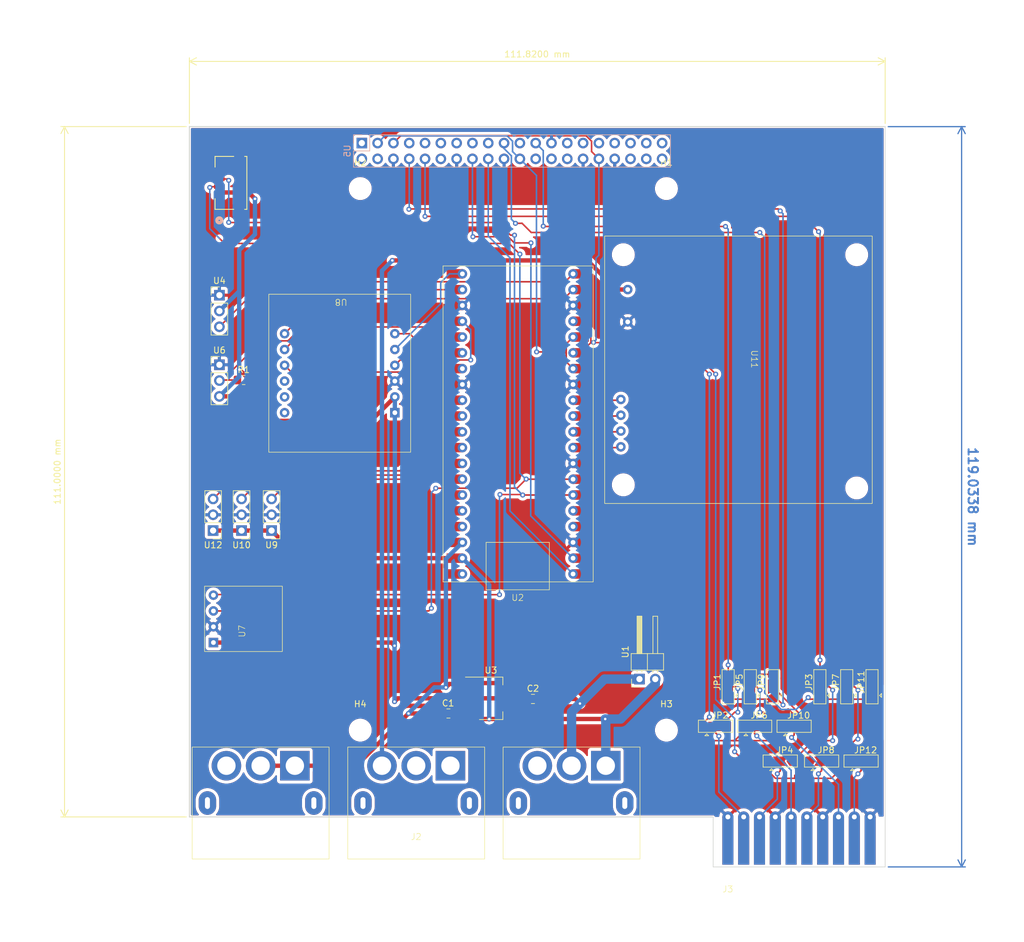
<source format=kicad_pcb>
(kicad_pcb (version 20221018) (generator pcbnew)
  (layers (0 "F.Cu" signal) (31 "B.Cu" signal) (36 "B.SilkS" user "B.Silkscreen") (37 "F.SilkS" user "F.Silkscreen") (38 "B.Mask" user) (39 "F.Mask" user) (44 "Edge.Cuts" user))
  (net 0 "")
  (net 1 "GND2")
  (net 2 "/12V_1")
  (net 3 "/5V")
  (net 4 "GND1")
  (net 5 "/tx{slash}sda_O1")
  (net 6 "/rx{slash}scl_O1")
  (net 7 "/tx{slash}sda_O2")
  (net 8 "/rx{slash}scl_O2")
  (net 9 "/tx{slash}sda_O3")
  (net 10 "/rx{slash}scl_O3")
  (net 11 "/Sensor_Power")
  (net 12 "/Sensor_SCL")
  (net 13 "/Sensor_SDA")
  (net 14 "/UART2_TX")
  (net 15 "Net-(JP1-C)")
  (net 16 "/UART1_TX")
  (net 17 "/I2C1_SDA")
  (net 18 "/UART1_RX")
  (net 19 "Net-(JP3-C)")
  (net 20 "/UART2_RX")
  (net 21 "/I2C1_SCL")
  (net 22 "Net-(JP5-C)")
  (net 23 "Net-(JP7-C)")
  (net 24 "Net-(JP10-B)")
  (net 25 "Net-(JP11-C)")
  (net 26 "/Signal_0")
  (net 27 "/PICO_TX{slash}RX_OPI")
  (net 28 "/PICO_RX{slash}TX_OPI")
  (net 29 "/IN1")
  (net 30 "/IN2")
  (net 31 "/IN3")
  (net 32 "/IN4")
  (net 33 "/Signal_1")
  (net 34 "/IMU_MISO")
  (net 35 "/IMU_CS")
  (net 36 "/IMU_SCK")
  (net 37 "/IMU_MOSI")
  (net 38 "/INT")
  (net 39 "/RST")
  (net 40 "/PWM_3")
  (net 41 "/PWM_2")
  (net 42 "/PWM_1")
  (net 81 "/24V")
  (footprint "Package_TO_SOT_SMD:SOT-223-3_TabPin2" (layer "F.Cu") (at 107.3908 133.1468)
    (fp_text reference "U3")
    (fp_text value "AMS1117-3.3")
  )
  (footprint "Capacitor_SMD:C_0805_2012Metric_Pad1.18x1.45mm_HandSolder" (layer "F.Cu") (at 100.5586 135.5852)
    (fp_text reference "C1")
    (fp_text value "C")
  )
  (footprint "Jumper:SolderJumper-3_P2.0mm_Open_TrianglePad1.0x1.5mm" (layer "F.Cu") (at 156.114 137.668)
    (fp_text reference "JP10")
    (fp_text value "SolderJumper_3_Open")
  )
  (footprint "Connector_PinHeader_2.54mm:PinHeader_1x03_P2.54mm_Vertical" (layer "F.Cu") (at 62.738 106.172 180)
    (fp_text reference "U12")
    (fp_text value "Servo3")
  )
  (footprint "MountingHole:MountingHole_3.2mm_M3" (layer "F.Cu") (at 135.5934 138.265)
    (fp_text reference "H3")
    (fp_text value "MountingHole")
  )
  (footprint "Connector_PinHeader_2.54mm:PinHeader_1x03_P2.54mm_Vertical" (layer "F.Cu") (at 63.754 68.326)
    (fp_text reference "U4")
    (fp_text value "Water Level Sensor")
  )
  (footprint "Jumper:SolderJumper-3_P2.0mm_Open_TrianglePad1.0x1.5mm" (layer "F.Cu") (at 153.886 143.256)
    (fp_text reference "JP4")
    (fp_text value "SolderJumper_3_Open")
  )
  (footprint "Jumper:SolderJumper-3_P2.0mm_Open_TrianglePad1.0x1.5mm" (layer "F.Cu") (at 145.542 131.286 90)
    (fp_text reference "JP1")
    (fp_text value "SolderJumper_3_Open")
  )
  (footprint "MainBoard_Footprints:MR60PW-M_X3 (2)" (layer "F.Cu") (at 95.378 143.986)
    (fp_text reference "J2")
    (fp_text value "~")
  )
  (footprint "Connector_PinHeader_2.54mm:PinHeader_1x02_P2.54mm_Horizontal" (layer "F.Cu") (at 131.2622 130.0542 90)
    (fp_text reference "U1")
    (fp_text value "~")
  )
  (footprint "Jumper:SolderJumper-3_P2.0mm_Open_TrianglePad1.0x1.5mm" (layer "F.Cu") (at 166.878 143.256)
    (fp_text reference "JP12")
    (fp_text value "SolderJumper_3_Open")
  )
  (footprint "Jumper:SolderJumper-3_P2.0mm_Open_TrianglePad1.0x1.5mm" (layer "F.Cu") (at 160.274 131.286 90)
    (fp_text reference "JP3")
    (fp_text value "SolderJumper_3_Open")
  )
  (footprint "Jumper:SolderJumper-3_P2.0mm_Open_TrianglePad1.0x1.5mm" (layer "F.Cu") (at 164.592 131.286 90)
    (fp_text reference "JP7")
    (fp_text value "SolderJumper_3_Open")
  )
  (footprint "MountingHole:MountingHole_3.2mm_M3" (layer "F.Cu") (at 135.5934 51.181)
    (fp_text reference "H1")
    (fp_text value "MountingHole")
  )
  (footprint "Jumper:SolderJumper-3_P2.0mm_Open_TrianglePad1.0x1.5mm" (layer "F.Cu") (at 149.764 137.668)
    (fp_text reference "JP6")
    (fp_text value "SolderJumper_3_Open")
  )
  (footprint "Connector_PinHeader_2.54mm:PinHeader_1x03_P2.54mm_Vertical" (layer "F.Cu") (at 67.31 106.172 180)
    (fp_text reference "U10")
    (fp_text value "Servo2")
  )
  (footprint "MountingHole:MountingHole_3.2mm_M3" (layer "F.Cu") (at 86.3854 51.181)
    (fp_text reference "H2")
    (fp_text value "MountingHole")
  )
  (footprint "Jumper:SolderJumper-3_P2.0mm_Open_TrianglePad1.0x1.5mm" (layer "F.Cu") (at 168.656 131.286 90)
    (fp_text reference "JP11")
    (fp_text value "SolderJumper_3_Open")
  )
  (footprint "MainBoard_Footprints:IMU" (layer "F.Cu") (at 94.488 68.172 180)
    (fp_text reference "U8")
    (fp_text value "IMU")
  )
  (footprint "Connector_PinHeader_2.54mm:PinHeader_1x03_P2.54mm_Vertical" (layer "F.Cu") (at 72.136 106.172 180)
    (fp_text reference "U9")
    (fp_text value "Servo1")
  )
  (footprint "MainBoard_Footprints:JST" (layer "F.Cu") (at 65.6082 50.2666 90)
    (fp_text reference "J1" hide)
    (fp_text value "BAR02 Pressure Sensor")
  )
  (footprint "Resistor_SMD:R_0805_2012Metric_Pad1.20x1.40mm_HandSolder" (layer "F.Cu") (at 67.6496 81.9658)
    (fp_text reference "R1")
    (fp_text value "R")
  )
  (footprint "Connector_PinHeader_2.54mm:PinHeader_1x03_P2.54mm_Vertical" (layer "F.Cu") (at 63.754 79.517)
    (fp_text reference "U6")
    (fp_text value "Temperature Sensor")
  )
  (footprint "MainBoard_Footprints:SHT30" (layer "F.Cu") (at 73.8664 125.6222 90)
    (fp_text reference "U7")
    (fp_text value "SHT30")
  )
  (footprint "MountingHole:MountingHole_3.2mm_M3" (layer "F.Cu") (at 86.3854 138.265)
    (fp_text reference "H4")
    (fp_text value "MountingHole")
  )
  (footprint "Jumper:SolderJumper-3_P2.0mm_Open_TrianglePad1.0x1.5mm" (layer "F.Cu") (at 149.098 131.286 90)
    (fp_text reference "JP5")
    (fp_text value "SolderJumper_3_Open")
  )
  (footprint "Jumper:SolderJumper-3_P2.0mm_Open_TrianglePad1.0x1.5mm" (layer "F.Cu") (at 152.654 131.286 90)
    (fp_text reference "JP9")
    (fp_text value "SolderJumper_3_Open")
  )
  (footprint "MainBoard_Footprints:ESP32-S3-Pico" (layer "F.Cu") (at 110.425 97.917 180)
    (fp_text reference "U2")
    (fp_text value "Pi_Pico_1")
  )
  (footprint "Jumper:SolderJumper-3_P2.0mm_Open_TrianglePad1.0x1.5mm" (layer "F.Cu") (at 160.528 143.256)
    (fp_text reference "JP8")
    (fp_text value "SolderJumper_3_Open")
  )
  (footprint "MainBoard_Footprints:L298N" (layer "F.Cu") (at 125.67 58.82 -90)
    (fp_text reference "U11")
    (fp_text value "~")
  )
  (footprint "MainBoard_Footprints:CardEdge_2x10 (2)" (layer "F.Cu") (at 145.468 156.216)
    (fp_text reference "J3")
    (fp_text value "Conn_01x10_Pin")
  )
  (footprint "Jumper:SolderJumper-3_P2.0mm_Open_TrianglePad1.0x1.5mm" (layer "F.Cu") (at 143.478 137.668)
    (fp_text reference "JP2")
    (fp_text value "SolderJumper_3_Open")
  )
  (footprint "Capacitor_SMD:C_0805_2012Metric_Pad1.18x1.45mm_HandSolder" (layer "F.Cu") (at 114.1437 133.2484)
    (fp_text reference "C2")
    (fp_text value "C")
  )
  (footprint "Connector_PinHeader_2.54mm:PinHeader_2x20_P2.54mm_Vertical" (layer "B.Cu") (at 86.6394 43.8658 -90)
    (fp_text reference "U5")
    (fp_text value "Orange_Pi5+")
  )
  (gr_line locked (start 58.928 152.216) (end 143.108 152.216) (stroke (width 0.15)) (layer "Edge.Cuts"))
  (gr_line locked (start 58.928 41.216) (end 170.748 41.216) (stroke (width 0.15)) (layer "Edge.Cuts"))
  (gr_line locked (start 143.108 152.216) (end 143.108 160.258) (stroke (width 0.1)) (layer "Edge.Cuts"))
  (gr_line locked (start 58.928 41.216) (end 58.928 152.216) (stroke (width 0.15)) (layer "Edge.Cuts"))
  (gr_line locked (start 170.748 160.258) (end 170.748 41.216) (stroke (width 0.1)) (layer "Edge.Cuts"))
  (gr_line locked (start 143.108 160.258) (end 170.748 160.258) (stroke (width 0.1)) (layer "Edge.Cuts"))
  (dimension (type aligned) (layer "B.Cu") (pts (xy 170.7388 41.2242) (xy 170.748 160.258)) (height -12.29028) (gr_text "119.0338 mm" (at 184.83368 100.740011 270.0044283) (layer "B.Cu") (effects (font (size 1.5 1.5) (thickness 0.3)))) (format (prefix "") (suffix "") (units 3) (units_format 1) (precision 4)) (style (thickness 0.2) (arrow_length 1.27) (text_position_mode 0) (extension_height 0.58642) (extension_offset 0.5) keep_text_aligned))
  (dimension (type aligned) (layer "F.SilkS") (pts (xy 58.928 41.216) (xy 170.748 41.216)) (height -10.482) (gr_text "111.8200 mm" (at 114.838 29.584) (layer "F.SilkS") (effects (font (size 1 1) (thickness 0.15)))) (format (prefix "") (suffix "") (units 3) (units_format 1) (precision 4)) (style (thickness 0.15) (arrow_length 1.27) (text_position_mode 0) (extension_height 0.58642) (extension_offset 0.5) keep_text_aligned))
  (dimension (type aligned) (layer "F.SilkS") (pts (xy 58.928 41.216) (xy 58.928 152.216)) (height 20.066) (gr_text "111.0000 mm" (at 37.712 96.716 90) (layer "F.SilkS") (effects (font (size 1 1) (thickness 0.15)))) (format (prefix "") (suffix "") (units 3) (units_format 1) (precision 4)) (style (thickness 0.15) (arrow_length 1.27) (text_position_mode 0) (extension_height 0.58642) (extension_offset 0.5) keep_text_aligned))
  (segment (start 104.2408 130.8468) (end 100.6996 130.8468) (width 0.7) (layer "F.Cu") (net 1))
  (segment (start 120.9548 133.2484) (end 121.6982 133.9918) (width 0.7) (layer "F.Cu") (net 1))
  (segment (start 112.6296 130.6968) (end 115.1812 133.2484) (width 0.7) (layer "F.Cu") (net 1))
  (segment (start 85.741424 143.986) (end 75.878 143.986) (width 0.7) (layer "F.Cu") (net 1))
  (segment (start 85.741424 143.986) (end 94.142224 135.5852) (width 0.7) (layer "F.Cu") (net 1))
  (segment (start 99.4703 135.5344) (end 99.5211 135.5852) (width 0.7) (layer "F.Cu") (net 1))
  (segment (start 104.3908 130.6968) (end 112.6296 130.6968) (width 0.7) (layer "F.Cu") (net 1))
  (segment (start 115.1812 133.2484) (end 120.9548 133.2484) (width 0.7) (layer "F.Cu") (net 1))
  (segment (start 94.142224 135.5852) (end 99.5211 135.5852) (width 0.7) (layer "F.Cu") (net 1))
  (segment (start 75.878 143.986) (end 70.378 143.986) (width 0.7) (layer "F.Cu") (net 1))
  (segment (start 104.2408 130.8468) (end 104.3908 130.6968) (width 0.7) (layer "F.Cu") (net 1))
  (segment (start 100.6996 130.8468) (end 100.1522 131.3942) (width 0.7) (layer "F.Cu") (net 1))
  (via (at 121.6982 133.9918) (size 0.8) (drill 0.4) (layers "F.Cu" "B.Cu") (net 1))
  (via (at 100.1522 131.3942) (size 0.8) (drill 0.4) (layers "F.Cu" "B.Cu") (net 1))
  (via (at 94.142224 135.5852) (size 0.8) (drill 0.4) (layers "F.Cu" "B.Cu") (net 1))
  (segment (start 94.142224 135.549976) (end 94.142224 135.5852) (width 0.7) (layer "B.Cu") (net 1))
  (segment (start 125.6358 130.0542) (end 121.6982 133.9918) (width 1.5) (layer "B.Cu") (net 1))
  (segment (start 120.348 135.342) (end 120.348 143.986) (width 1.5) (layer "B.Cu") (net 1))
  (segment (start 100.1522 110.7298) (end 100.1522 131.3942) (width 0.7) (layer "B.Cu") (net 1))
  (segment (start 98.298 131.3942) (end 94.142224 135.549976) (width 0.7) (layer "B.Cu") (net 1))
  (segment (start 102.805 108.077) (end 100.1522 110.7298) (width 0.7) (layer "B.Cu") (net 1))
  (segment (start 121.6982 133.9918) (end 120.348 135.342) (width 1.5) (layer "B.Cu") (net 1))
  (segment (start 100.1522 131.3942) (end 98.298 131.3942) (width 0.7) (layer "B.Cu") (net 1))
  (segment (start 131.2622 130.0542) (end 125.6358 130.0542) (width 1.5) (layer "B.Cu") (net 1))
  (segment (start 122.888 62.738) (end 127.57 67.42) (width 0.7) (layer "F.Cu") (net 2))
  (segment (start 127.57 67.42) (end 129.37 67.42) (width 0.7) (layer "F.Cu") (net 2))
  (segment (start 91.5416 62.738) (end 122.888 62.738) (width 0.7) (layer "F.Cu") (net 2))
  (via (at 91.5416 62.738) (size 0.8) (drill 0.4) (layers "F.Cu" "B.Cu") (net 2))
  (segment (start 91.5416 62.738) (end 89.878 64.4016) (width 0.7) (layer "B.Cu") (net 2))
  (segment (start 91.5416 62.738) (end 91.3892 62.8904) (width 0.7) (layer "B.Cu") (net 2))
  (segment (start 89.878 64.4016) (end 89.878 143.986) (width 0.7) (layer "B.Cu") (net 2))
  (segment (start 107.1118 136.4742) (end 125.7554 136.4742) (width 0.7) (layer "F.Cu") (net 3))
  (segment (start 105.2682 136.4742) (end 104.2408 135.4468) (width 0.7) (layer "F.Cu") (net 3))
  (segment (start 107.1118 136.4742) (end 105.2682 136.4742) (width 0.7) (layer "F.Cu") (net 3))
  (segment (start 104.1024 135.5852) (end 104.2408 135.4468) (width 0.7) (layer "F.Cu") (net 3))
  (segment (start 62.738 106.172) (end 67.31 106.172) (width 0.7) (layer "F.Cu") (net 3))
  (segment (start 101.5961 135.5852) (end 104.1024 135.5852) (width 0.7) (layer "F.Cu") (net 3))
  (segment (start 72.136 106.172) (end 76.581 110.617) (width 0.7) (layer "F.Cu") (net 3))
  (segment (start 67.31 106.172) (end 72.136 106.172) (width 0.7) (layer "F.Cu") (net 3))
  (segment (start 76.581 110.617) (end 102.805 110.617) (width 0.7) (layer "F.Cu") (net 3))
  (via (at 107.1118 136.4742) (size 0.8) (drill 0.4) (layers "F.Cu" "B.Cu") (net 3))
  (via (at 125.7554 136.4742) (size 0.8) (drill 0.4) (layers "F.Cu" "B.Cu") (net 3))
  (segment (start 133.8022 130.0542) (end 133.8022 130.899544) (width 1.5) (layer "B.Cu") (net 3))
  (segment (start 128.227544 136.4742) (end 125.7554 136.4742) (width 1.5) (layer "B.Cu") (net 3))
  (segment (start 107.1118 114.9238) (end 102.805 110.617) (width 0.7) (layer "B.Cu") (net 3))
  (segment (start 125.848 136.5668) (end 125.7554 136.4742) (width 1.5) (layer "B.Cu") (net 3))
  (segment (start 125.848 143.986) (end 125.848 136.5668) (width 1.5) (layer "B.Cu") (net 3))
  (segment (start 107.1118 136.4742) (end 107.1118 114.9238) (width 0.7) (layer "B.Cu") (net 3))
  (segment (start 133.8022 130.899544) (end 128.227544 136.4742) (width 1.5) (layer "B.Cu") (net 3))
  (segment (start 103.0336 82.9056) (end 102.805 82.677) (width 0.7) (layer "F.Cu") (net 4))
  (segment (start 143.478 138.6895) (end 143.478 137.668) (width 0.25) (layer "F.Cu") (net 5))
  (segment (start 144.018 139.2295) (end 143.478 138.6895) (width 0.25) (layer "F.Cu") (net 5))
  (via (at 144.018 139.2295) (size 0.8) (drill 0.4) (layers "F.Cu" "B.Cu") (net 5))
  (segment (start 144.018 139.2295) (end 144.018 148.226) (width 0.25) (layer "B.Cu") (net 5))
  (segment (start 144.018 148.226) (end 148.008 152.216) (width 0.25) (layer "B.Cu") (net 5))
  (segment (start 153.886 143.256) (end 153.886 144.818) (width 0.25) (layer "F.Cu") (net 6))
  (segment (start 153.886 144.818) (end 153.416 145.288) (width 0.25) (layer "F.Cu") (net 6))
  (via (at 153.416 145.288) (size 0.8) (drill 0.4) (layers "F.Cu" "B.Cu") (net 6))
  (segment (start 153.416 149.348) (end 150.548 152.216) (width 0.25) (layer "B.Cu") (net 6))
  (segment (start 153.416 145.288) (end 153.416 149.348) (width 0.25) (layer "B.Cu") (net 6))
  (segment (start 149.764 137.668) (end 149.764 138.842) (width 0.25) (layer "F.Cu") (net 7))
  (segment (start 149.764 138.842) (end 150.114 139.192) (width 0.25) (layer "F.Cu") (net 7))
  (via (at 150.114 139.192) (size 0.8) (drill 0.4) (layers "F.Cu" "B.Cu") (net 7))
  (segment (start 150.114 139.192) (end 155.628 144.706) (width 0.25) (layer "B.Cu") (net 7))
  (segment (start 155.628 144.706) (end 155.628 152.216) (width 0.25) (layer "B.Cu") (net 7))
  (segment (start 160.528 143.256) (end 160.528 144.78) (width 0.25) (layer "F.Cu") (net 8))
  (segment (start 160.528 144.78) (end 160.02 145.288) (width 0.25) (layer "F.Cu") (net 8))
  (via (at 160.02 145.288) (size 0.8) (drill 0.4) (layers "F.Cu" "B.Cu") (net 8))
  (segment (start 160.02 145.288) (end 160.02 150.364) (width 0.25) (layer "B.Cu") (net 8))
  (segment (start 160.02 150.364) (end 158.168 152.216) (width 0.25) (layer "B.Cu") (net 8))
  (segment (start 156.114 137.668) (end 156.114 139.034) (width 0.25) (layer "F.Cu") (net 9))
  (segment (start 156.114 139.034) (end 155.702 139.446) (width 0.25) (layer "F.Cu") (net 9))
  (via (at 155.702 139.446) (size 0.8) (drill 0.4) (layers "F.Cu" "B.Cu") (net 9))
  (segment (start 163.248 146.992) (end 163.248 152.216) (width 0.25) (layer "B.Cu") (net 9))
  (segment (start 155.702 139.446) (end 163.248 146.992) (width 0.25) (layer "B.Cu") (net 9))
  (segment (start 166.878 144.78) (end 166.37 145.288) (width 0.25) (layer "F.Cu") (net 10))
  (segment (start 166.878 143.256) (end 166.878 144.78) (width 0.25) (layer "F.Cu") (net 10))
  (via (at 166.37 145.288) (size 0.8) (drill 0.4) (layers "F.Cu" "B.Cu") (net 10))
  (segment (start 165.788 145.87) (end 165.788 152.216) (width 0.25) (layer "B.Cu") (net 10))
  (segment (start 166.37 145.288) (end 165.788 145.87) (width 0.25) (layer "B.Cu") (net 10))
  (segment (start 91.948 84.682) (end 88.096 88.534) (width 0.7) (layer "F.Cu") (net 11))
  (segment (start 91.8972 133.6802) (end 92.4306 133.1468) (width 0.7) (layer "F.Cu") (net 11))
  (segment (start 92.4306 133.1468) (end 104.2408 133.1468) (width 0.7) (layer "F.Cu") (net 11))
  (segment (start 64.0627 51.8114) (end 68.4484 51.8114) (width 0.7) (layer "F.Cu") (net 11))
  (segment (start 67.5028 84.597) (end 63.754 84.597) (width 0.7) (layer "F.Cu") (net 11))
  (segment (start 68.6308 81.9658) (end 66.9544 80.2894) (width 0.7) (layer "F.Cu") (net 11))
  (segment (start 63.7325 52.1416) (end 64.0627 51.8114) (width 0.7) (layer "F.Cu") (net 11))
  (segment (start 62.792 124.182) (end 91.3906 124.182) (width 0.7) (layer "F.Cu") (net 11))
  (segment (start 68.6496 81.9658) (end 68.6308 81.9658) (width 0.7) (layer "F.Cu") (net 11))
  (segment (start 71.4398 88.534) (end 67.5028 84.597) (width 0.7) (layer "F.Cu") (net 11))
  (segment (start 110.6424 133.2484) (end 110.5408 133.1468) (width 0.7) (layer "F.Cu") (net 11))
  (segment (start 68.4484 51.8114) (end 69.469 52.832) (width 0.7) (layer "F.Cu") (net 11))
  (segment (start 104.2408 133.1468) (end 110.5408 133.1468) (width 0.7) (layer "F.Cu") (net 11))
  (segment (start 113.1062 133.2484) (end 110.6424 133.2484) (width 0.7) (layer "F.Cu") (net 11))
  (segment (start 91.3906 124.182) (end 91.8972 124.6886) (width 0.7) (layer "F.Cu") (net 11))
  (segment (start 88.096 88.534) (end 71.4398 88.534) (width 0.7) (layer "F.Cu") (net 11))
  (via (at 66.9544 80.2894) (size 0.8) (drill 0.4) (layers "F.Cu" "B.Cu") (net 11))
  (via (at 91.8972 133.6802) (size 0.8) (drill 0.4) (layers "F.Cu" "B.Cu") (net 11))
  (via (at 69.469 52.832) (size 0.8) (drill 0.4) (layers "F.Cu" "B.Cu") (net 11))
  (via (at 91.8972 124.6886) (size 0.8) (drill 0.4) (layers "F.Cu" "B.Cu") (net 11))
  (segment (start 66.929 67.691) (end 63.754 70.866) (width 0.7) (layer "B.Cu") (net 11))
  (segment (start 66.929 61.087) (end 66.929 67.691) (width 0.7) (layer "B.Cu") (net 11))
  (segment (start 66.929 81.422) (end 63.754 84.597) (width 0.7) (layer "B.Cu") (net 11))
  (segment (start 91.948 124.2568) (end 91.948 87.222) (width 0.7) (layer "B.Cu") (net 11))
  (segment (start 66.929 67.691) (end 66.929 80.264) (width 0.7) (layer "B.Cu") (net 11))
  (segment (start 69.469 52.832) (end 69.469 58.547) (width 0.7) (layer "B.Cu") (net 11))
  (segment (start 91.8972 133.6802) (end 91.8972 124.3076) (width 0.7) (layer "B.Cu") (net 11))
  (segment (start 91.948 84.682) (end 91.948 87.222) (width 0.7) (layer "B.Cu") (net 11))
  (segment (start 66.929 80.3148) (end 66.929 81.422) (width 0.7) (layer "B.Cu") (net 11))
  (segment (start 66.929 80.264) (end 66.9544 80.2894) (width 0.7) (layer "B.Cu") (net 11))
  (segment (start 66.9544 80.2894) (end 66.929 80.3148) (width 0.7) (layer "B.Cu") (net 11))
  (segment (start 69.469 58.547) (end 66.929 61.087) (width 0.7) (layer "B.Cu") (net 11))
  (segment (start 91.8972 124.3076) (end 91.948 124.2568) (width 0.7) (layer "B.Cu") (net 11))
  (segment (start 113.0808 97.917) (end 120.585 97.917) (width 0.25) (layer "F.Cu") (net 12))
  (segment (start 112.0394 61.722) (end 112.0394 61.7474) (width 0.25) (layer "F.Cu") (net 12))
  (segment (start 63.7325 50.8916) (end 62.3162 50.8916) (width 0.25) (layer "F.Cu") (net 12))
  (segment (start 97.3822 119.102) (end 97.8154 118.6688) (width 0.25) (layer "F.Cu") (net 12))
  (segment (start 98.5266 99.3648) (end 111.5822 99.3648) (width 0.25) (layer "F.Cu") (net 12))
  (segment (start 112.0394 61.7474) (end 111.9886 61.6966) (width 0.25) (layer "F.Cu") (net 12))
  (segment (start 111.5822 99.3648) (end 113.0554 97.8916) (width 0.25) (layer "F.Cu") (net 12))
  (segment (start 62.792 119.102) (end 97.3822 119.102) (width 0.25) (layer "F.Cu") (net 12))
  (segment (start 64.5806 60.0086) (end 110.3006 60.0086) (width 0.25) (layer "F.Cu") (net 12))
  (segment (start 63.754 59.182) (end 64.5806 60.0086) (width 0.25) (layer "F.Cu") (net 12))
  (segment (start 113.0554 97.8916) (end 113.0808 97.917) (width 0.25) (layer "F.Cu") (net 12))
  (segment (start 62.3162 50.8916) (end 62.2046 51.0032) (width 0.25) (layer "F.Cu") (net 12))
  (segment (start 110.3006 60.0086) (end 112.014 61.722) (width 0.25) (layer "F.Cu") (net 12))
  (segment (start 112.014 61.722) (end 112.0394 61.722) (width 0.25) (layer "F.Cu") (net 12))
  (via (at 97.8154 118.6688) (size 0.8) (drill 0.4) (layers "F.Cu" "B.Cu") (net 12))
  (via (at 113.0554 97.8916) (size 0.8) (drill 0.4) (layers "F.Cu" "B.Cu") (net 12))
  (via (at 62.2046 51.0032) (size 0.8) (drill 0.4) (layers "F.Cu" "B.Cu") (net 12))
  (via (at 112.0394 61.722) (size 0.8) (drill 0.4) (layers "F.Cu" "B.Cu") (net 12))
  (via (at 98.5266 99.3648) (size 0.8) (drill 0.4) (layers "F.Cu" "B.Cu") (net 12))
  (segment (start 112.9792 97.8916) (end 113.0554 97.8916) (width 0.25) (layer "B.Cu") (net 12))
  (segment (start 97.8154 100.076) (end 98.5266 99.3648) (width 0.25) (layer "B.Cu") (net 12))
  (segment (start 113.0554 97.9678) (end 113.03 97.9424) (width 0.25) (layer "B.Cu") (net 12))
  (segment (start 113.0554 97.8916) (end 113.0554 97.9678) (width 0.25) (layer "B.Cu") (net 12))
  (segment (start 112.0394 61.722) (end 112.0394 96.9518) (width 0.25) (layer "B.Cu") (net 12))
  (segment (start 112.0394 96.9518) (end 112.9792 97.8916) (width 0.25) (layer "B.Cu") (net 12))
  (segment (start 97.8154 118.6688) (end 97.8154 100.076) (width 0.25) (layer "B.Cu") (net 12))
  (segment (start 62.2046 57.6326) (end 63.754 59.182) (width 0.25) (layer "B.Cu") (net 12))
  (segment (start 62.2046 51.0032) (end 62.2046 57.6326) (width 0.25) (layer "B.Cu") (net 12))
  (segment (start 65.278 56.642) (end 65.2526 56.6166) (width 0.25) (layer "F.Cu") (net 13))
  (segment (start 111.1758 58.674) (end 110.5408 58.674) (width 0.25) (layer "F.Cu") (net 13))
  (segment (start 65.034 49.6416) (end 65.2526 49.8602) (width 0.25) (layer "F.Cu") (net 13))
  (segment (start 108.839 100.3808) (end 112.4204 100.3808) (width 0.25) (layer "F.Cu") (net 13))
  (segment (start 108.5088 56.642) (end 65.278 56.642) (width 0.25) (layer "F.Cu") (net 13))
  (segment (start 111.1758 58.674) (end 111.125 58.7248) (width 0.25) (layer "F.Cu") (net 13))
  (segment (start 62.895 116.459) (end 108.7628 116.4844) (width 0.25) (layer "F.Cu") (net 13))
  (segment (start 112.4966 100.457) (end 120.585 100.457) (width 0.25) (layer "F.Cu") (net 13))
  (segment (start 110.5408 58.674) (end 108.5088 56.642) (width 0.25) (layer "F.Cu") (net 13))
  (segment (start 112.4204 100.3808) (end 112.4966 100.457) (width 0.25) (layer "F.Cu") (net 13))
  (segment (start 63.7325 49.6416) (end 65.034 49.6416) (width 0.25) (layer "F.Cu") (net 13))
  (segment (start 108.7628 116.4844) (end 108.7374 116.459) (width 0.25) (layer "F.Cu") (net 13))
  (segment (start 62.792 116.562) (end 62.895 116.459) (width 0.25) (layer "F.Cu") (net 13))
  (via (at 108.7628 116.4844) (size 0.8) (drill 0.4) (layers "F.Cu" "B.Cu") (net 13))
  (via (at 65.2526 56.6166) (size 0.8) (drill 0.4) (layers "F.Cu" "B.Cu") (net 13))
  (via (at 65.2526 49.8602) (size 0.8) (drill 0.4) (layers "F.Cu" "B.Cu") (net 13))
  (via (at 112.4966 100.457) (size 0.8) (drill 0.4) (layers "F.Cu" "B.Cu") (net 13))
  (via (at 111.1758 58.674) (size 0.8) (drill 0.4) (layers "F.Cu" "B.Cu") (net 13))
  (via (at 108.839 100.3808) (size 0.8) (drill 0.4) (layers "F.Cu" "B.Cu") (net 13))
  (segment (start 112.4712 100.457) (end 112.4966 100.457) (width 0.25) (layer "B.Cu") (net 13))
  (segment (start 112.4966 100.4824) (end 112.4458 100.4316) (width 0.25) (layer "B.Cu") (net 13))
  (segment (start 111.1758 99.1616) (end 112.4712 100.457) (width 0.25) (layer "B.Cu") (net 13))
  (segment (start 111.1758 58.674) (end 111.1758 99.1616) (width 0.25) (layer "B.Cu") (net 13))
  (segment (start 65.2526 49.8602) (end 65.2526 56.6166) (width 0.25) (layer "B.Cu") (net 13))
  (segment (start 112.4966 100.457) (end 112.4966 100.4824) (width 0.25) (layer "B.Cu") (net 13))
  (segment (start 108.7628 100.457) (end 108.839 100.3808) (width 0.25) (layer "B.Cu") (net 13))
  (segment (start 108.7628 116.4844) (end 108.7628 100.457) (width 0.25) (layer "B.Cu") (net 13))
  (segment (start 153.4282 133.286) (end 154.3304 134.1882) (width 0.25) (layer "F.Cu") (net 14))
  (segment (start 153.87985 54.78115) (end 153.5563 54.4576) (width 0.25) (layer "F.Cu") (net 14))
  (segment (start 149.098 133.286) (end 152.654 133.286) (width 0.25) (layer "F.Cu") (net 14))
  (segment (start 95.8088 54.4576) (end 94.2594 54.4576) (width 0.25) (layer "F.Cu") (net 14))
  (segment (start 154.3304 134.1882) (end 154.3304 134.2136) (width 0.25) (layer "F.Cu") (net 14))
  (segment (start 145.542 133.286) (end 149.098 133.286) (width 0.25) (layer "F.Cu") (net 14))
  (segment (start 153.5563 54.4576) (end 118.017705 54.4576) (width 0.25) (layer "F.Cu") (net 14))
  (segment (start 94.2594 54.4576) (end 94.2086 54.5084) (width 0.25) (layer "F.Cu") (net 14))
  (segment (start 118.017705 54.4576) (end 95.8088 54.4576) (width 0.25) (layer "F.Cu") (net 14))
  (segment (start 154.3304 134.2136) (end 154.3558 134.2136) (width 0.25) (layer "F.Cu") (net 14))
  (segment (start 154.3558 134.2136) (end 154.305 134.1628) (width 0.25) (layer "F.Cu") (net 14))
  (segment (start 152.654 133.286) (end 153.4282 133.286) (width 0.25) (layer "F.Cu") (net 14))
  (via (at 154.3304 134.2136) (size 0.8) (drill 0.4) (layers "F.Cu" "B.Cu") (net 14))
  (via (at 94.2086 54.5084) (size 0.8) (drill 0.4) (layers "F.Cu" "B.Cu") (net 14))
  (via (at 153.87985 54.78115) (size 0.8) (drill 0.4) (layers "F.Cu" "B.Cu") (net 14))
  (segment (start 154.3304 55.2317) (end 153.87985 54.78115) (width 0.25) (layer "B.Cu") (net 14))
  (segment (start 94.2086 54.5084) (end 94.2594 54.4576) (width 0.25) (layer "B.Cu") (net 14))
  (segment (start 154.3304 134.2136) (end 154.3304 55.2317) (width 0.25) (layer "B.Cu") (net 14))
  (segment (start 94.2594 54.4576) (end 94.2594 46.4058) (width 0.25) (layer "B.Cu") (net 14))
  (segment (start 145.542 131.286) (end 146.78 131.286) (width 0.25) (layer "F.Cu") (net 15))
  (segment (start 146.558 135.382) (end 145.478 136.462) (width 0.25) (layer "F.Cu") (net 15))
  (segment (start 146.78 131.286) (end 147.066 131.572) (width 0.25) (layer "F.Cu") (net 15))
  (segment (start 145.478 136.462) (end 145.478 137.668) (width 0.25) (layer "F.Cu") (net 15))
  (segment (start 147.066 135.382) (end 146.558 135.382) (width 0.25) (layer "F.Cu") (net 15))
  (via (at 147.066 135.382) (size 0.8) (drill 0.4) (layers "F.Cu" "B.Cu") (net 15))
  (via (at 147.066 131.572) (size 0.8) (drill 0.4) (layers "F.Cu" "B.Cu") (net 15))
  (segment (start 147.066 131.572) (end 147.066 135.382) (width 0.25) (layer "B.Cu") (net 15))
  (segment (start 115.824 57.2516) (end 115.7986 57.2262) (width 0.25) (layer "F.Cu") (net 16))
  (segment (start 145.5166 127.7874) (end 145.542 127.7874) (width 0.25) (layer "F.Cu") (net 16))
  (segment (start 145.0848 57.277) (end 115.824 57.277) (width 0.25) (layer "F.Cu") (net 16))
  (segment (start 149.098 129.286) (end 152.654 129.286) (width 0.25) (layer "F.Cu") (net 16))
  (segment (start 145.542 129.286) (end 145.5166 127.7874) (width 0.25) (layer "F.Cu") (net 16))
  (segment (start 145.542 129.286) (end 149.098 129.286) (width 0.25) (layer "F.Cu") (net 16))
  (segment (start 115.824 57.277) (end 115.824 57.2516) (width 0.25) (layer "F.Cu") (net 16))
  (via (at 145.0848 57.277) (size 0.8) (drill 0.4) (layers "F.Cu" "B.Cu") (net 16))
  (via (at 145.5166 127.7874) (size 0.8) (drill 0.4) (layers "F.Cu" "B.Cu") (net 16))
  (via (at 115.7986 57.2262) (size 0.8) (drill 0.4) (layers "F.Cu" "B.Cu") (net 16))
  (segment (start 115.7986 57.2262) (end 115.7986 45.085) (width 0.25) (layer "B.Cu") (net 16))
  (segment (start 145.5166 58.7502) (end 145.5166 57.7088) (width 0.25) (layer "B.Cu") (net 16))
  (segment (start 145.0848 57.277) (end 145.1102 57.3024) (width 0.25) (layer "B.Cu") (net 16))
  (segment (start 115.7986 45.085) (end 114.5794 43.8658) (width 0.25) (layer "B.Cu") (net 16))
  (segment (start 145.5166 127.7874) (end 145.5166 58.7502) (width 0.25) (layer "B.Cu") (net 16))
  (segment (start 145.5166 57.7088) (end 145.0848 57.277) (width 0.25) (layer "B.Cu") (net 16))
  (segment (start 119.498 76.144) (end 119.498 77.724) (width 0.25) (layer "F.Cu") (net 17))
  (segment (start 151.828 139.954) (end 146.304 139.954) (width 0.25) (layer "F.Cu") (net 17))
  (segment (start 141.478 137.668) (end 141.478 137.16) (width 0.25) (layer "F.Cu") (net 17))
  (segment (start 119.498 79.05) (end 120.585 80.137) (width 0.25) (layer "F.Cu") (net 17))
  (segment (start 141.605 80.137) (end 120.585 80.137) (width 0.25) (layer "F.Cu") (net 17))
  (segment (start 120.585 75.057) (end 119.498 76.144) (width 0.25) (layer "F.Cu") (net 17))
  (segment (start 141.478 137.16) (end 142.494 136.144) (width 0.25) (layer "F.Cu") (net 17))
  (segment (start 146.558 139.954) (end 146.304 139.954) (width 0.25) (layer "F.Cu") (net 17))
  (segment (start 119.498 77.724) (end 119.498 79.05) (width 0.25) (layer "F.Cu") (net 17))
  (segment (start 143.014 139.954) (end 141.478 138.418) (width 0.25) (layer "F.Cu") (net 17))
  (segment (start 142.494 81.026) (end 141.605 80.137) (width 0.25) (layer "F.Cu") (net 17))
  (segment (start 141.478 138.418) (end 141.478 137.668) (width 0.25) (layer "F.Cu") (net 17))
  (segment (start 154.114 137.668) (end 151.828 139.954) (width 0.25) (layer "F.Cu") (net 17))
  (segment (start 119.2186 77.4446) (end 119.498 77.724) (width 0.25) (layer "F.Cu") (net 17))
  (segment (start 147.764 137.668) (end 147.764 138.748) (width 0.25) (layer "F.Cu") (net 17))
  (segment (start 114.7318 77.4446) (end 119.2186 77.4446) (width 0.25) (layer "F.Cu") (net 17))
  (segment (start 147.764 138.748) (end 146.558 139.954) (width 0.25) (layer "F.Cu") (net 17))
  (segment (start 146.304 139.954) (end 143.014 139.954) (width 0.25) (layer "F.Cu") (net 17))
  (via (at 142.494 81.026) (size 0.8) (drill 0.4) (layers "F.Cu" "B.Cu") (net 17))
  (via (at 142.494 136.144) (size 0.8) (drill 0.4) (layers "F.Cu" "B.Cu") (net 17))
  (via (at 114.7318 77.4446) (size 0.8) (drill 0.4) (layers "F.Cu" "B.Cu") (net 17))
  (segment (start 114.70665 49.07305) (end 112.0394 46.4058) (width 0.25) (layer "B.Cu") (net 17))
  (segment (start 114.70665 59.563) (end 114.70665 49.07305) (width 0.25) (layer "B.Cu") (net 17))
  (segment (start 142.494 136.144) (end 142.494 81.026) (width 0.25) (layer "B.Cu") (net 17))
  (segment (start 89.1794 43.8658) (end 90.349744 42.695456) (width 0.25) (layer "B.Cu") (net 17))
  (segment (start 114.70665 59.563) (end 114.7318 77.4446) (width 0.25) (layer "B.Cu") (net 17))
  (segment (start 90.349744 42.695456) (end 109.98911 42.695456) (width 0.25) (layer "B.Cu") (net 17))
  (segment (start 110.8644 45.2308) (end 112.0394 46.4058) (width 0.25) (layer "B.Cu") (net 17))
  (segment (start 109.98911 42.695456) (end 110.8644 43.570746) (width 0.25) (layer "B.Cu") (net 17))
  (segment (start 114.7064 59.3852) (end 114.70665 59.563) (width 0.25) (layer "B.Cu") (net 17))
  (segment (start 114.7318 77.4446) (end 114.7064 77.47) (width 0.25) (layer "B.Cu") (net 17))
  (segment (start 110.8644 43.570746) (end 110.8644 45.2308) (width 0.25) (layer "B.Cu") (net 17))
  (segment (start 164.592 133.286) (end 168.656 133.286) (width 0.25) (layer "F.Cu") (net 18))
  (segment (start 112.395 56.769) (end 111.3282 56.769) (width 0.25) (layer "F.Cu") (net 18))
  (segment (start 164.592 133.286) (end 160.274 133.286) (width 0.25) (layer "F.Cu") (net 18))
  (segment (start 160.274 133.286) (end 158.6352 133.286) (width 0.25) (layer "F.Cu") (net 18))
  (segment (start 158.6352 133.286) (end 158.369 133.0198) (width 0.25) (layer "F.Cu") (net 18))
  (segment (start 150.5966 58.2422) (end 113.8682 58.2422) (width 0.25) (layer "F.Cu") (net 18))
  (segment (start 113.8682 58.2422) (end 112.395 56.769) (width 0.25) (layer "F.Cu") (net 18))
  (via (at 150.5966 58.2422) (size 0.8) (drill 0.4) (layers "F.Cu" "B.Cu") (net 18))
  (via (at 111.3282 56.769) (size 0.8) (drill 0.4) (layers "F.Cu" "B.Cu") (net 18))
  (via (at 158.369 133.0198) (size 0.8) (drill 0.4) (layers "F.Cu" "B.Cu") (net 18))
  (segment (start 110.6744 45.920746) (end 109.4994 44.745746) (width 0.25) (layer "B.Cu") (net 18))
  (segment (start 151.384 132.292505) (end 151.384 59.0296) (width 0.25) (layer "B.Cu") (net 18))
  (segment (start 151.384 59.0296) (end 150.5966 58.2422) (width 0.25) (layer "B.Cu") (net 18))
  (segment (start 156.4502 134.9386) (end 154.030095 134.9386) (width 0.25) (layer "B.Cu") (net 18))
  (segment (start 109.4994 44.745746) (end 109.4994 43.8658) (width 0.25) (layer "B.Cu") (net 18))
  (segment (start 110.6744 56.1152) (end 110.6744 45.920746) (width 0.25) (layer "B.Cu") (net 18))
  (segment (start 111.3282 56.769) (end 110.6744 56.1152) (width 0.25) (layer "B.Cu") (net 18))
  (segment (start 158.369 133.0198) (end 156.4502 134.9386) (width 0.25) (layer "B.Cu") (net 18))
  (segment (start 154.030095 134.9386) (end 151.384 132.292505) (width 0.25) (layer "B.Cu") (net 18))
  (segment (start 160.274 131.286) (end 161.766 131.286) (width 0.25) (layer "F.Cu") (net 19))
  (segment (start 162.306 139.954) (end 159.188 139.954) (width 0.25) (layer "F.Cu") (net 19))
  (segment (start 161.766 131.286) (end 162.306 131.826) (width 0.25) (layer "F.Cu") (net 19))
  (segment (start 159.188 139.954) (end 155.886 143.256) (width 0.25) (layer "F.Cu") (net 19))
  (via (at 162.306 139.954) (size 0.8) (drill 0.4) (layers "F.Cu" "B.Cu") (net 19))
  (via (at 162.306 131.826) (size 0.8) (drill 0.4) (layers "F.Cu" "B.Cu") (net 19))
  (segment (start 162.306 131.826) (end 162.306 139.954) (width 0.25) (layer "B.Cu") (net 19))
  (segment (start 160.274 129.286) (end 160.274 127) (width 0.25) (layer "F.Cu") (net 20))
  (segment (start 96.7994 55.626) (end 96.7994 55.6514) (width 0.25) (layer "F.Cu") (net 20))
  (segment (start 96.8248 55.6514) (end 157.5562 55.6514) (width 0.25) (layer "F.Cu") (net 20))
  (segment (start 160.274 129.286) (end 164.592 129.286) (width 0.25) (layer "F.Cu") (net 20))
  (segment (start 96.7994 55.626) (end 96.7994 55.626) (width 0.25) (layer "F.Cu") (net 20))
  (segment (start 96.7994 55.6514) (end 96.8248 55.6514) (width 0.25) (layer "F.Cu") (net 20))
  (segment (start 160.274 127) (end 160.274 126.9492) (width 0.25) (layer "F.Cu") (net 20))
  (segment (start 160.0454 58.1152) (end 160.0454 58.1406) (width 0.25) (layer "F.Cu") (net 20))
  (segment (start 164.592 129.286) (end 168.656 129.286) (width 0.25) (layer "F.Cu") (net 20))
  (segment (start 157.5562 55.6514) (end 160.02 58.1152) (width 0.25) (layer "F.Cu") (net 20))
  (segment (start 96.8248 55.6514) (end 96.8248 55.6514) (width 0.25) (layer "F.Cu") (net 20))
  (segment (start 160.02 58.1152) (end 160.0454 58.1152) (width 0.25) (layer "F.Cu") (net 20))
  (segment (start 160.0454 58.1406) (end 159.9946 58.0898) (width 0.25) (layer "F.Cu") (net 20))
  (via (at 160.0454 58.1152) (size 0.8) (drill 0.4) (layers "F.Cu" "B.Cu") (net 20))
  (via (at 160.274 127) (size 0.8) (drill 0.4) (layers "F.Cu" "B.Cu") (net 20))
  (via (at 96.7994 55.6514) (size 0.8) (drill 0.4) (layers "F.Cu" "B.Cu") (net 20))
  (segment (start 96.7994 46.4058) (end 96.7994 55.6514) (width 0.25) (layer "B.Cu") (net 20))
  (segment (start 160.274 58.3438) (end 160.0454 58.1152) (width 0.25) (layer "B.Cu") (net 20))
  (segment (start 160.274 127) (end 160.274 58.3438) (width 0.25) (layer "B.Cu") (net 20))
  (segment (start 92.889744 42.695456) (end 122.68911 42.695456) (width 0.25) (layer "F.Cu") (net 21))
  (segment (start 91.7194 43.8658) (end 92.889744 42.695456) (width 0.25) (layer "F.Cu") (net 21))
  (segment (start 123.5644 43.570746) (end 123.5644 45.2308) (width 0.25) (layer "F.Cu") (net 21))
  (segment (start 153.115695 146.013) (end 151.886 144.783305) (width 0.25) (layer "F.Cu") (net 21))
  (segment (start 148.082 143.256) (end 146.558 141.732) (width 0.25) (layer "F.Cu") (net 21))
  (segment (start 121.80662 77.597) (end 120.585 77.597) (width 0.25) (layer "F.Cu") (net 21))
  (segment (start 156.21 146.013) (end 153.115695 146.013) (width 0.25) (layer "F.Cu") (net 21))
  (segment (start 164.878 143.256) (end 162.121 146.013) (width 0.25) (layer "F.Cu") (net 21))
  (segment (start 123.8758 75.9206) (end 123.84278 75.95362) (width 0.25) (layer "F.Cu") (net 21))
  (segment (start 120.585 72.517) (end 121.80662 72.517) (width 0.25) (layer "F.Cu") (net 21))
  (segment (start 162.121 146.013) (end 156.21 146.013) (width 0.25) (layer "F.Cu") (net 21))
  (segment (start 151.886 144.783305) (end 151.886 143.256) (width 0.25) (layer "F.Cu") (net 21))
  (segment (start 158.528 143.256) (end 156.21 145.574) (width 0.25) (layer "F.Cu") (net 21))
  (segment (start 138.446925 75.95362) (end 123.90882 75.95362) (width 0.25) (layer "F.Cu") (net 21))
  (segment (start 123.84278 75.95362) (end 123.45 75.95362) (width 0.25) (layer "F.Cu") (net 21))
  (segment (start 121.80662 72.517) (end 123.45 74.16038) (width 0.25) (layer "F.Cu") (net 21))
  (segment (start 156.21 145.574) (end 156.21 146.013) (width 0.25) (layer "F.Cu") (net 21))
  (segment (start 151.886 143.256) (end 148.082 143.256) (width 0.25) (layer "F.Cu") (net 21))
  (segment (start 123.90882 75.95362) (end 123.8758 75.9206) (width 0.25) (layer "F.Cu") (net 21))
  (segment (start 122.68911 42.695456) (end 123.5644 43.570746) (width 0.25) (layer "F.Cu") (net 21))
  (segment (start 123.45 75.95362) (end 121.80662 77.597) (width 0.25) (layer "F.Cu") (net 21))
  (segment (start 123.5644 45.2308) (end 124.7394 46.4058) (width 0.25) (layer "F.Cu") (net 21))
  (segment (start 143.51 81.016695) (end 138.446925 75.95362) (width 0.25) (layer "F.Cu") (net 21))
  (segment (start 143.51 81.026) (end 143.51 81.016695) (width 0.25) (layer "F.Cu") (net 21))
  (segment (start 123.45 74.16038) (end 123.45 75.95362) (width 0.25) (layer "F.Cu") (net 21))
  (via (at 143.51 81.026) (size 0.8) (drill 0.4) (layers "F.Cu" "B.Cu") (net 21))
  (via (at 123.8758 75.9206) (size 0.8) (drill 0.4) (layers "F.Cu" "B.Cu") (net 21))
  (via (at 146.558 141.732) (size 0.8) (drill 0.4) (layers "F.Cu" "B.Cu") (net 21))
  (segment (start 124.7394 61.8998) (end 124.7394 46.4058) (width 0.25) (layer "B.Cu") (net 21))
  (segment (start 124.2822 62.357) (end 124.7394 61.8998) (width 0.25) (layer "B.Cu") (net 21))
  (segment (start 146.558 141.732) (end 146.558 140.744195) (width 0.25) (layer "B.Cu") (net 21))
  (segment (start 124.2822 75.5142) (end 123.8758 75.9206) (width 0.25) (layer "B.Cu") (net 21))
  (segment (start 146.558 136.398) (end 143.51 133.35) (width 0.25) (layer "B.Cu") (net 21))
  (segment (start 124.2822 62.357) (end 124.2822 75.5142) (width 0.25) (layer "B.Cu") (net 21))
  (segment (start 146.558 140.744195) (end 146.558 136.398) (width 0.25) (layer "B.Cu") (net 21))
  (segment (start 143.51 133.35) (end 143.51 81.026) (width 0.25) (layer "B.Cu") (net 21))
  (segment (start 150.082 131.286) (end 150.622 131.826) (width 0.25) (layer "F.Cu") (net 22))
  (segment (start 151.13 135.382) (end 151.764 136.016) (width 0.25) (layer "F.Cu") (net 22))
  (segment (start 150.622 135.382) (end 151.13 135.382) (width 0.25) (layer "F.Cu") (net 22))
  (segment (start 149.098 131.286) (end 150.082 131.286) (width 0.25) (layer "F.Cu") (net 22))
  (segment (start 151.764 136.016) (end 151.764 137.668) (width 0.25) (layer "F.Cu") (net 22))
  (via (at 150.622 131.826) (size 0.8) (drill 0.4) (layers "F.Cu" "B.Cu") (net 22))
  (via (at 150.622 135.382) (size 0.8) (drill 0.4) (layers "F.Cu" "B.Cu") (net 22))
  (segment (start 150.622 131.826) (end 150.622 135.382) (width 0.25) (layer "B.Cu") (net 22))
  (segment (start 165.83 131.286) (end 166.37 131.826) (width 0.25) (layer "F.Cu") (net 23))
  (segment (start 166.084 139.7) (end 162.528 143.256) (width 0.25) (layer "F.Cu") (net 23))
  (segment (start 166.37 139.7) (end 166.084 139.7) (width 0.25) (layer "F.Cu") (net 23))
  (segment (start 164.592 131.286) (end 165.83 131.286) (width 0.25) (layer "F.Cu") (net 23))
  (via (at 166.37 139.7) (size 0.8) (drill 0.4) (layers "F.Cu" "B.Cu") (net 23))
  (via (at 166.37 131.826) (size 0.8) (drill 0.4) (layers "F.Cu" "B.Cu") (net 23))
  (segment (start 166.37 131.826) (end 166.37 139.7) (width 0.25) (layer "B.Cu") (net 23))
  (segment (start 158.114 136.746) (end 158.114 137.668) (width 0.25) (layer "F.Cu") (net 24))
  (segment (start 152.654 131.286) (end 158.114 136.746) (width 0.25) (layer "F.Cu") (net 24))
  (segment (start 170.18 139.0142) (end 168.878 140.3162) (width 0.25) (layer "F.Cu") (net 25))
  (segment (start 168.878 140.3162) (end 168.878 143.256) (width 0.25) (layer "F.Cu") (net 25))
  (segment (start 168.656 131.286) (end 169.64 131.286) (width 0.25) (layer "F.Cu") (net 25))
  (segment (start 169.64 131.286) (end 170.18 131.826) (width 0.25) (layer "F.Cu") (net 25))
  (segment (start 170.18 131.826) (end 170.18 139.0142) (width 0.25) (layer "F.Cu") (net 25))
  (segment (start 74.7776 75.6666) (end 81.5542 68.89) (width 0.25) (layer "F.Cu") (net 26))
  (segment (start 65.278 81.9658) (end 63.8452 81.9658) (width 0.25) (layer "F.Cu") (net 26))
  (segment (start 70.551895 75.6666) (end 74.7776 75.6666) (width 0.25) (layer "F.Cu") (net 26))
  (segment (start 65.278 81.9658) (end 65.278 80.940495) (width 0.25) (layer "F.Cu") (net 26))
  (segment (start 63.8452 81.9658) (end 63.754 82.057) (width 0.25) (layer "F.Cu") (net 26))
  (segment (start 66.924601 82.057) (end 66.935001 82.0674) (width 0.25) (layer "F.Cu") (net 26))
  (segment (start 65.278 80.940495) (end 70.551895 75.6666) (width 0.25) (layer "F.Cu") (net 26))
  (segment (start 66.6496 81.9658) (end 65.278 81.9658) (width 0.25) (layer "F.Cu") (net 26))
  (segment (start 119.132 68.89) (end 120.585 67.437) (width 0.25) (layer "F.Cu") (net 26))
  (segment (start 81.5542 68.89) (end 119.132 68.89) (width 0.25) (layer "F.Cu") (net 26))
  (segment (start 120.585 113.157) (end 110.4508 103.0228) (width 0.25) (layer "B.Cu") (net 27))
  (segment (start 106.9594 58.8264) (end 106.9594 46.4058) (width 0.25) (layer "B.Cu") (net 27))
  (segment (start 110.4508 103.0228) (end 110.4508 62.3178) (width 0.25) (layer "B.Cu") (net 27))
  (segment (start 110.4508 62.3178) (end 106.9594 58.8264) (width 0.25) (layer "B.Cu") (net 27))
  (segment (start 113.8174 59.9186) (end 111.149004 59.9186) (width 0.25) (layer "F.Cu") (net 28))
  (segment (start 111.149004 59.9186) (end 110.158404 58.928) (width 0.25) (layer "F.Cu") (net 28))
  (segment (start 104.4956 58.928) (end 104.4448 58.928) (width 0.25) (layer "F.Cu") (net 28))
  (segment (start 110.158404 58.928) (end 104.4956 58.928) (width 0.25) (layer "F.Cu") (net 28))
  (via (at 104.4956 58.928) (size 0.8) (drill 0.4) (layers "F.Cu" "B.Cu") (net 28))
  (via (at 113.8174 59.9186) (size 0.8) (drill 0.4) (layers "F.Cu" "B.Cu") (net 28))
  (segment (start 113.7804 59.907) (end 113.8174 59.9186) (width 0.25) (layer "B.Cu") (net 28))
  (segment (start 113.7804 103.8124) (end 120.585 110.617) (width 0.25) (layer "B.Cu") (net 28))
  (segment (start 104.4194 58.8518) (end 104.4194 46.4058) (width 0.25) (layer "B.Cu") (net 28))
  (segment (start 104.4956 58.928) (end 104.4194 58.8518) (width 0.25) (layer "B.Cu") (net 28))
  (segment (start 113.8174 59.9186) (end 113.7804 103.8124) (width 0.25) (layer "B.Cu") (net 28))
  (segment (start 120.585 85.217) (end 128.143 85.217) (width 0.25) (layer "F.Cu") (net 29))
  (segment (start 128.143 85.217) (end 128.27 85.09) (width 0.25) (layer "F.Cu") (net 29))
  (segment (start 120.585 87.757) (end 128.143 87.757) (width 0.25) (layer "F.Cu") (net 30))
  (segment (start 128.143 87.757) (end 128.27 87.63) (width 0.25) (layer "F.Cu") (net 30))
  (segment (start 120.585 90.297) (end 128.143 90.297) (width 0.25) (layer "F.Cu") (net 31))
  (segment (start 128.143 90.297) (end 128.27 90.17) (width 0.25) (layer "F.Cu") (net 31))
  (segment (start 120.585 92.837) (end 128.143 92.837) (width 0.25) (layer "F.Cu") (net 32))
  (segment (start 128.143 92.837) (end 128.27 92.71) (width 0.25) (layer "F.Cu") (net 32))
  (segment (start 70.993 66.167) (end 119.315 66.167) (width 0.25) (layer "F.Cu") (net 33))
  (segment (start 119.315 66.167) (end 120.585 64.897) (width 0.25) (layer "F.Cu") (net 33))
  (segment (start 63.754 73.406) (end 70.993 66.167) (width 0.25) (layer "F.Cu") (net 33))
  (segment (start 100.711 64.897) (end 102.805 64.897) (width 0.25) (layer "B.Cu") (net 34))
  (segment (start 99.314 66.294) (end 100.711 64.897) (width 0.25) (layer "B.Cu") (net 34))
  (segment (start 91.948 77.062) (end 99.314 69.696) (width 0.25) (layer "B.Cu") (net 34))
  (segment (start 99.314 69.696) (end 99.314 66.294) (width 0.25) (layer "B.Cu") (net 34))
  (segment (start 81.313 67.437) (end 102.805 67.437) (width 0.25) (layer "F.Cu") (net 35))
  (segment (start 74.228 74.522) (end 81.313 67.437) (width 0.25) (layer "F.Cu") (net 35))
  (segment (start 91.948 79.602) (end 92.81 78.74) (width 0.25) (layer "F.Cu") (net 36))
  (segment (start 92.81 78.74) (end 104.14 78.74) (width 0.25) (layer "F.Cu") (net 36))
  (via (at 104.14 78.74) (size 0.8) (drill 0.4) (layers "F.Cu" "B.Cu") (net 36))
  (segment (start 104.14 78.74) (end 104.14 73.852) (width 0.25) (layer "B.Cu") (net 36))
  (segment (start 104.14 73.852) (end 102.805 72.517) (width 0.25) (layer "B.Cu") (net 36))
  (segment (start 77.855 73.435) (end 99.96138 73.435) (width 0.25) (layer "F.Cu") (net 37))
  (segment (start 101.58338 75.057) (end 102.805 75.057) (width 0.25) (layer "F.Cu") (net 37))
  (segment (start 99.96138 73.435) (end 101.58338 75.057) (width 0.25) (layer "F.Cu") (net 37))
  (segment (start 74.228 77.062) (end 77.855 73.435) (width 0.25) (layer "F.Cu") (net 37))
  (segment (start 91.948 74.522) (end 94.334 74.522) (width 0.25) (layer "F.Cu") (net 38))
  (segment (start 94.334 74.522) (end 97.409 77.597) (width 0.25) (layer "F.Cu") (net 38))
  (segment (start 97.409 77.597) (end 102.805 77.597) (width 0.25) (layer "F.Cu") (net 38))
  (segment (start 75.315 80.689) (end 102.253 80.689) (width 0.25) (layer "F.Cu") (net 39))
  (segment (start 102.253 80.689) (end 102.805 80.137) (width 0.25) (layer "F.Cu") (net 39))
  (segment (start 74.228 79.602) (end 75.315 80.689) (width 0.25) (layer "F.Cu") (net 39))
  (segment (start 62.738 101.092) (end 67.2592 96.5708) (width 0.25) (layer "F.Cu") (net 40))
  (segment (start 92.7608 96.5708) (end 99.1362 90.1954) (width 0.25) (layer "F.Cu") (net 40))
  (segment (start 67.2592 96.5708) (end 92.7608 96.5708) (width 0.25) (layer "F.Cu") (net 40))
  (segment (start 101.58338 85.217) (end 102.805 85.217) (width 0.25) (layer "F.Cu") (net 40))
  (segment (start 99.1362 87.66418) (end 101.58338 85.217) (width 0.25) (layer "F.Cu") (net 40))
  (segment (start 99.1362 90.1954) (end 99.1362 87.66418) (width 0.25) (layer "F.Cu") (net 40))
  (segment (start 93.472 97.2566) (end 100.4316 90.297) (width 0.25) (layer "F.Cu") (net 41))
  (segment (start 67.31 101.092) (end 71.1454 97.2566) (width 0.25) (layer "F.Cu") (net 41))
  (segment (start 100.4316 90.297) (end 102.805 90.297) (width 0.25) (layer "F.Cu") (net 41))
  (segment (start 71.1454 97.2566) (end 93.472 97.2566) (width 0.25) (layer "F.Cu") (net 41))
  (segment (start 75.311 97.917) (end 102.805 97.917) (width 0.25) (layer "F.Cu") (net 42))
  (segment (start 72.136 101.092) (end 75.311 97.917) (width 0.25) (layer "F.Cu") (net 42))
  (zone (net 4) (net_name "GND1") (layer "F.Cu") (priority 1) (connect_pads (clearance 0.5)) (min_thickness 0.25) (fill yes (thermal_gap 0.5) (thermal_bridge_width 0.5))
    (polygon (pts (xy 58.9534 41.2242) (xy 58.9534 152.1968) (xy 170.7388 152.1714) (xy 170.7388 41.2242)))
  )
  (zone (net 4) (net_name "GND1") (layer "B.Cu") (connect_pads (clearance 0.5)) (min_thickness 0.25) (fill yes (thermal_gap 0.5) (thermal_bridge_width 0.5))
    (polygon (pts (xy 58.9788 41.2496) (xy 58.9534 152.1968) (xy 143.1036 152.2222) (xy 170.7388 152.1714) (xy 170.7388 41.2242)))
  )
)
</source>
